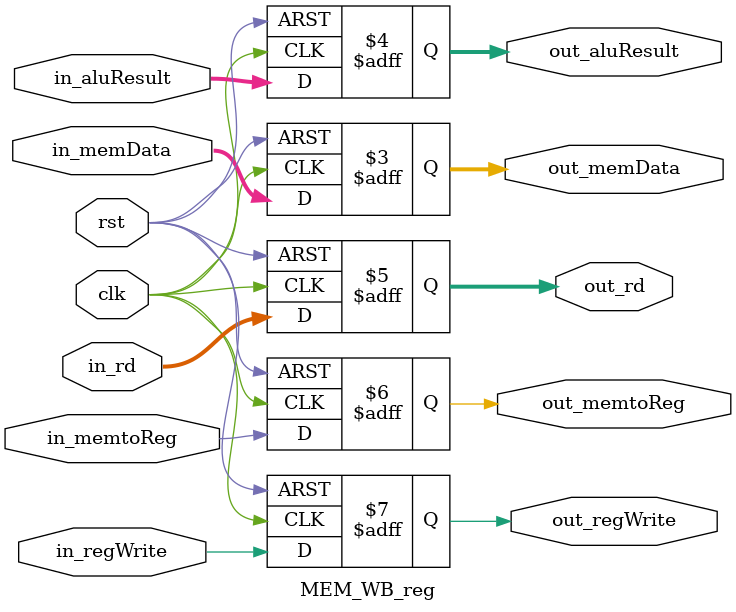
<source format=v>
module MEM_WB_reg (
    input clk, rst,
    input [31:0] in_memData, in_aluResult,
    input [4:0] in_rd,
    input in_memtoReg, in_regWrite,
    output reg [31:0] out_memData, out_aluResult,
    output reg [4:0] out_rd,
    output reg out_memtoReg, out_regWrite
);
    always @(posedge clk or negedge rst) begin
        if (!rst) begin
            out_memData <= 0;
            out_aluResult <= 0;
            out_rd <= 0;
            out_memtoReg <= 0;
            out_regWrite <= 0;
        end else begin
            out_memData <= in_memData;
            out_aluResult <= in_aluResult;
            out_rd <= in_rd;
            out_memtoReg <= in_memtoReg;
            out_regWrite <= in_regWrite;
        end
    end
endmodule

</source>
